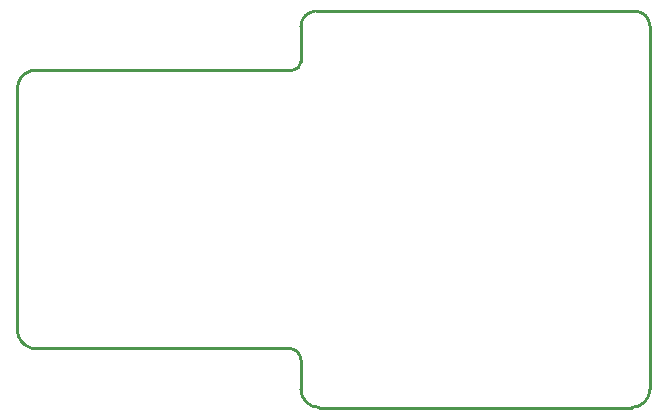
<source format=gm1>
G04 Layer_Color=16711935*
%FSLAX25Y25*%
%MOIN*%
G70*
G01*
G75*
%ADD20C,0.01000*%
D20*
X701880Y224410D02*
G03*
X696850Y229439I-5029J0D01*
G01*
X590551D02*
G03*
X585522Y224410I0J-5029D01*
G01*
X695787Y97333D02*
G03*
X701880Y103425I0J6092D01*
G01*
X582677Y209754D02*
G03*
X585522Y212598I0J2845D01*
G01*
X496063Y209754D02*
G03*
X495350Y209489I0J-1092D01*
G01*
X495350D02*
G03*
X491034Y203661I1776J-5828D01*
G01*
X585522Y103425D02*
G03*
X591614Y97333I6092J0D01*
G01*
X585522Y113110D02*
G03*
X581614Y117018I-3908J0D01*
G01*
X491034Y123110D02*
G03*
X495350Y117283I6092J0D01*
G01*
X495350D02*
G03*
X496063Y117018I713J828D01*
G01*
X590551Y229439D02*
X696850D01*
X701880Y103425D02*
Y224410D01*
X591614Y97333D02*
X695787D01*
X585522Y212598D02*
Y224410D01*
X496063Y209754D02*
X582677D01*
X585522Y103425D02*
Y113110D01*
X496063Y117018D02*
X581614D01*
X491034Y123110D02*
Y203661D01*
M02*

</source>
